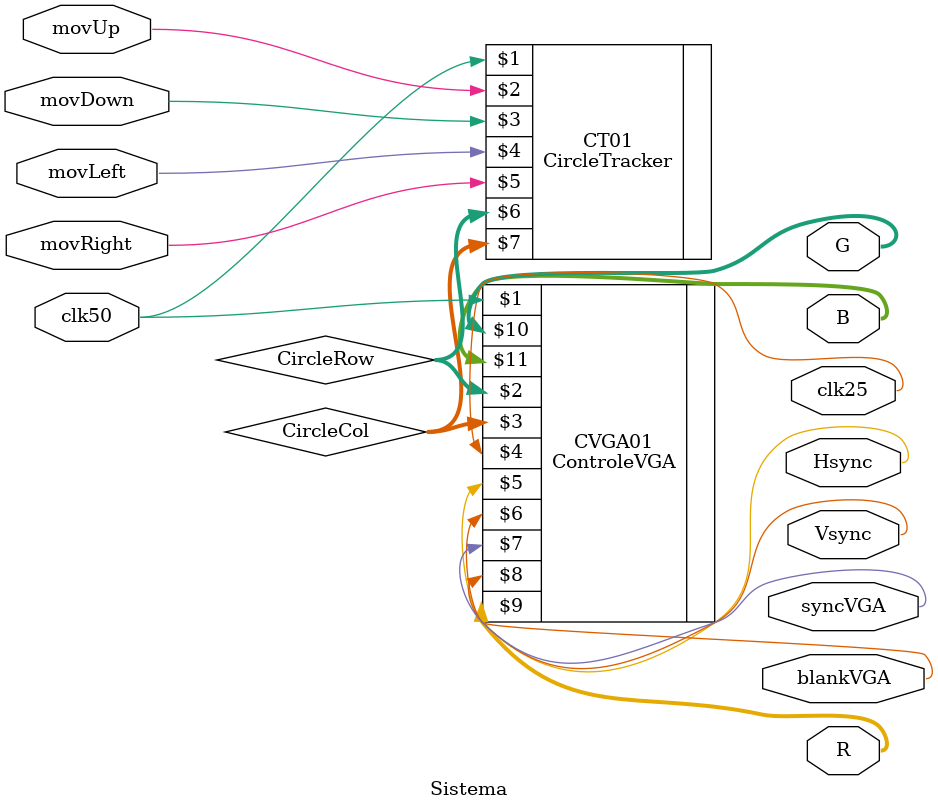
<source format=v>
module Sistema (
    input wire clk50,

    input wire movUp, movDown, movLeft, movRight,

    output wire clk25, Hsync, Vsync,
    output wire syncVGA,blankVGA,
    output wire[7:0] R,G,B
);
    
    wire[8:0] CircleRow;
    wire[9:0] CircleCol;
    CircleTracker CT01(clk50, movUp, movDown, movLeft, movRight, CircleRow, CircleCol);

    ControleVGA CVGA01(clk50, CircleRow, CircleCol, clk25, Hsync, Vsync, syncVGA, blankVGA, R, G, B);
endmodule
</source>
